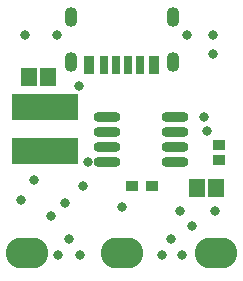
<source format=gts>
G04*
G04 #@! TF.GenerationSoftware,Altium Limited,Altium Designer,19.1.8 (144)*
G04*
G04 Layer_Color=8388736*
%FSLAX25Y25*%
%MOIN*%
G70*
G01*
G75*
%ADD13R,0.03937X0.03543*%
%ADD14R,0.03150X0.05906*%
%ADD15R,0.03543X0.05906*%
%ADD16O,0.04331X0.06693*%
%ADD17R,0.04134X0.03740*%
%ADD18R,0.22047X0.08858*%
%ADD19R,0.05512X0.05906*%
%ADD20O,0.09055X0.03543*%
G04:AMPARAMS|DCode=21|XSize=102.36mil|YSize=141.73mil|CornerRadius=51.18mil|HoleSize=0mil|Usage=FLASHONLY|Rotation=90.000|XOffset=0mil|YOffset=0mil|HoleType=Round|Shape=RoundedRectangle|*
%AMROUNDEDRECTD21*
21,1,0.10236,0.03937,0,0,90.0*
21,1,0.00000,0.14173,0,0,90.0*
1,1,0.10236,0.01968,0.00000*
1,1,0.10236,0.01968,0.00000*
1,1,0.10236,-0.01968,0.00000*
1,1,0.10236,-0.01968,0.00000*
%
%ADD21ROUNDEDRECTD21*%
%ADD22C,0.03150*%
D13*
X51575Y30133D02*
D03*
X44882D02*
D03*
D14*
X35473Y70512D02*
D03*
X39489D02*
D03*
X43426D02*
D03*
X47441D02*
D03*
D15*
X30630D02*
D03*
X52284D02*
D03*
D16*
X58465Y86614D02*
D03*
D03*
X24449D02*
D03*
Y71653D02*
D03*
X58465D02*
D03*
D17*
X73819Y38780D02*
D03*
Y43898D02*
D03*
D18*
X15748Y56693D02*
D03*
Y41732D02*
D03*
D19*
X66584Y29495D02*
D03*
X72883D02*
D03*
X10630Y66535D02*
D03*
X16929D02*
D03*
D20*
X59149Y38382D02*
D03*
Y43382D02*
D03*
Y48382D02*
D03*
Y53382D02*
D03*
X36551Y38382D02*
D03*
Y43382D02*
D03*
Y48382D02*
D03*
Y53382D02*
D03*
D21*
X9843Y7874D02*
D03*
X72835D02*
D03*
X41339D02*
D03*
D22*
X27316Y63594D02*
D03*
X30130Y38366D02*
D03*
X69882Y48397D02*
D03*
X68685Y53363D02*
D03*
X41339Y23209D02*
D03*
X60709Y22047D02*
D03*
X64688Y16929D02*
D03*
X12196Y32180D02*
D03*
X22469Y24558D02*
D03*
X17717Y20209D02*
D03*
X7874Y25539D02*
D03*
X72394Y22047D02*
D03*
X71720Y74268D02*
D03*
X71858Y80709D02*
D03*
X63025D02*
D03*
X19791D02*
D03*
X9055D02*
D03*
X54859Y7374D02*
D03*
X61417D02*
D03*
X57939Y12702D02*
D03*
X20052Y7374D02*
D03*
X27575D02*
D03*
X23674Y12702D02*
D03*
X28547Y30133D02*
D03*
M02*

</source>
